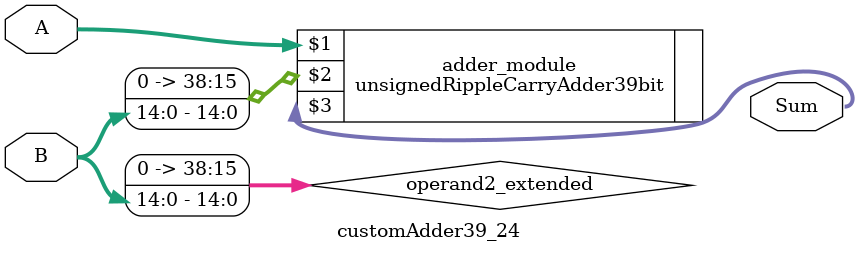
<source format=v>
module customAdder39_24(
                        input [38 : 0] A,
                        input [14 : 0] B,
                        
                        output [39 : 0] Sum
                );

        wire [38 : 0] operand2_extended;
        
        assign operand2_extended =  {24'b0, B};
        
        unsignedRippleCarryAdder39bit adder_module(
            A,
            operand2_extended,
            Sum
        );
        
        endmodule
        
</source>
